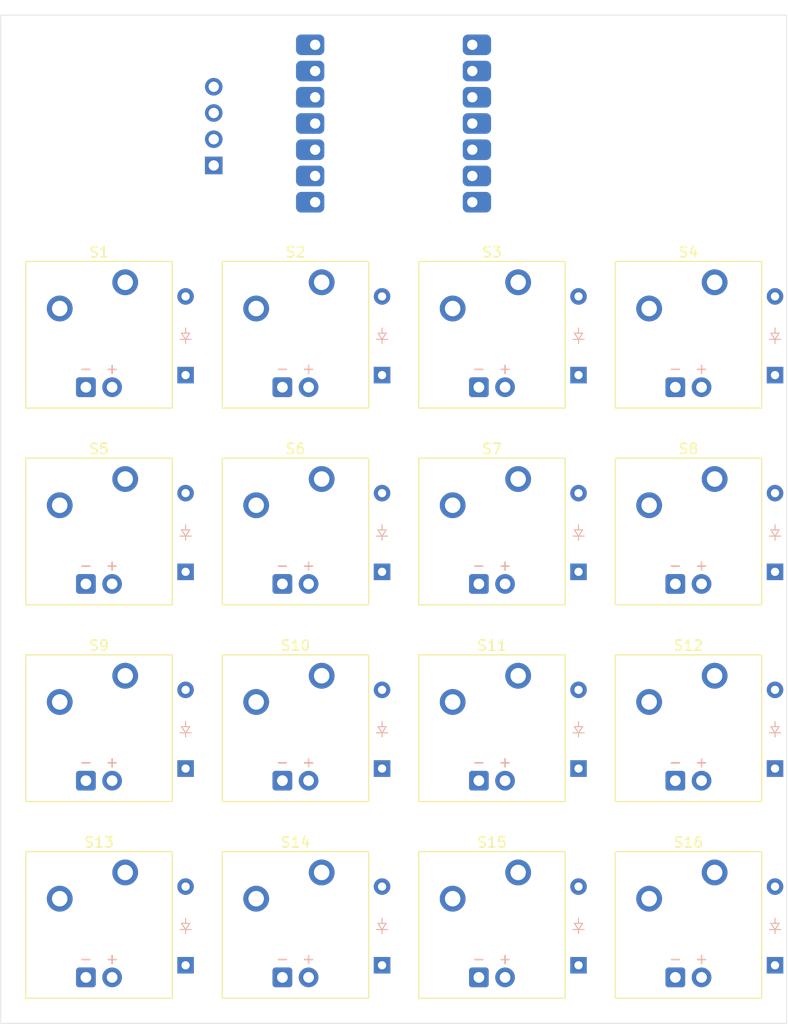
<source format=kicad_pcb>
(kicad_pcb (version 20240108) (generator "pcbnew") (generator_version "8.0")
  (layers (0 "F.Cu" signal) (31 "B.Cu" signal) (34 "B.Paste" user) (35 "F.Paste" user) (36 "B.SilkS" user "B.Silkscreen") (37 "F.SilkS" user "F.Silkscreen") (38 "B.Mask" user) (39 "F.Mask" user) (44 "Edge.Cuts" user))
  (net 0 "")
  (net 1 "Row 0")
  (net 2 "Net-(D1-A)")
  (net 3 "Net-(D2-A)")
  (net 4 "Net-(D3-A)")
  (net 5 "Net-(D4-A)")
  (net 6 "Net-(D5-A)")
  (net 7 "Row 1")
  (net 8 "Net-(D6-A)")
  (net 9 "Net-(D7-A)")
  (net 10 "Net-(D8-A)")
  (net 11 "Row 2")
  (net 12 "Net-(D9-A)")
  (net 13 "Net-(D10-A)")
  (net 14 "Net-(D11-A)")
  (net 15 "Net-(D12-A)")
  (net 16 "Row 3")
  (net 17 "Net-(D13-A)")
  (net 18 "Net-(D14-A)")
  (net 19 "Net-(D15-A)")
  (net 20 "Net-(D16-A)")
  (net 21 "Column 0")
  (net 22 "Column 1")
  (net 23 "Column 2")
  (net 24 "Column 3")
  (net 25 "/SDA")
  (net 26 "/LED Connector 0")
  (net 27 "+3V3")
  (net 28 "/SCL")
  (net 29 "GND")
  (net 30 "VCC")
  (footprint "PCM_marbastlib-mx:LED_MX_3mm-ROT" (layer "F.Cu") (at 171.45 81.28)
    (property "Reference" "D20" (hide yes))
    (property "Value" "LED")
    (fp_text user "-" (at -1.27 -1.8 0) (layer "B.SilkS"))
    (fp_text user "+" (at 1.27 -1.8 0) (layer "B.SilkS"))
    (pad "1" thru_hole roundrect (at -1.27 0) (size 1.905 1.905) (drill 1.04) (layers "*.Cu" "B.Mask") (roundrect_rratio 0.15) (net 29 "GND"))
    (pad "2" thru_hole circle (at 1.27 0) (size 1.905 1.905) (drill 1.04) (layers "*.Cu" "B.Mask") (net 27 "+3V3"))
  )
  (footprint "PCM_marbastlib-mx:LED_MX_3mm-ROT" (layer "F.Cu") (at 114.3 138.43)
    (property "Reference" "D29" (hide yes))
    (property "Value" "LED")
    (fp_text user "+" (at 1.27 -1.8 0) (layer "B.SilkS"))
    (fp_text user "-" (at -1.27 -1.8 0) (layer "B.SilkS"))
    (pad "1" thru_hole roundrect (at -1.27 0) (size 1.905 1.905) (drill 1.04) (layers "*.Cu" "B.Mask") (roundrect_rratio 0.15) (net 29 "GND"))
    (pad "2" thru_hole circle (at 1.27 0) (size 1.905 1.905) (drill 1.04) (layers "*.Cu" "B.Mask") (net 27 "+3V3"))
  )
  (footprint "ScottoKeebs_MX:MX_Plate_1.00u" (layer "F.Cu") (at 133.35 133.35)
    (property "Reference" "S14" (at 0 -8 0) (layer "F.SilkS"))
    (property "Value" "Keyswitch")
    (fp_line (start -7.1 -7.1) (end -7.1 7.1) (stroke (width 0.12)) (layer "F.SilkS"))
    (fp_line (start -7.1 7.1) (end 7.1 7.1) (stroke (width 0.12)) (layer "F.SilkS"))
    (fp_line (start 7.1 -7.1) (end -7.1 -7.1) (stroke (width 0.12)) (layer "F.SilkS"))
    (fp_line (start 7.1 7.1) (end 7.1 -7.1) (stroke (width 0.12)) (layer "F.SilkS"))
    (pad "" np_thru_hole circle (at 0 0) (size 4 4) (drill 4) (layers "*.Cu" "*.Mask"))
    (pad "1" thru_hole circle (at -3.81 -2.54) (size 2.5 2.5) (drill 1.5) (layers "*.Cu" "*.Mask") (net 22 "Column 1"))
    (pad "2" thru_hole circle (at 2.54 -5.08) (size 2.5 2.5) (drill 1.5) (layers "*.Cu" "*.Mask") (net 18 "Net-(D14-A)"))
  )
  (footprint "ScottoKeebs_MX:MX_Plate_1.00u" (layer "F.Cu") (at 171.45 133.35)
    (property "Reference" "S16" (at 0 -8 0) (layer "F.SilkS"))
    (property "Value" "Keyswitch")
    (fp_line (start -7.1 -7.1) (end -7.1 7.1) (stroke (width 0.12)) (layer "F.SilkS"))
    (fp_line (start -7.1 7.1) (end 7.1 7.1) (stroke (width 0.12)) (layer "F.SilkS"))
    (fp_line (start 7.1 -7.1) (end -7.1 -7.1) (stroke (width 0.12)) (layer "F.SilkS"))
    (fp_line (start 7.1 7.1) (end 7.1 -7.1) (stroke (width 0.12)) (layer "F.SilkS"))
    (pad "" np_thru_hole circle (at 0 0) (size 4 4) (drill 4) (layers "*.Cu" "*.Mask"))
    (pad "1" thru_hole circle (at -3.81 -2.54) (size 2.5 2.5) (drill 1.5) (layers "*.Cu" "*.Mask") (net 24 "Column 3"))
    (pad "2" thru_hole circle (at 2.54 -5.08) (size 2.5 2.5) (drill 1.5) (layers "*.Cu" "*.Mask") (net 20 "Net-(D16-A)"))
  )
  (footprint "PCM_marbastlib-mx:LED_MX_3mm-ROT" (layer "F.Cu") (at 114.3 119.38)
    (property "Reference" "D25" (hide yes))
    (property "Value" "LED")
    (fp_text user "+" (at 1.27 -1.8 0) (layer "B.SilkS"))
    (fp_text user "-" (at -1.27 -1.8 0) (layer "B.SilkS"))
    (pad "1" thru_hole roundrect (at -1.27 0) (size 1.905 1.905) (drill 1.04) (layers "*.Cu" "B.Mask") (roundrect_rratio 0.15) (net 29 "GND"))
    (pad "2" thru_hole circle (at 1.27 0) (size 1.905 1.905) (drill 1.04) (layers "*.Cu" "B.Mask") (net 27 "+3V3"))
  )
  (footprint "PCM_marbastlib-mx:LED_MX_3mm-ROT" (layer "F.Cu") (at 171.45 138.43)
    (property "Reference" "D32" (hide yes))
    (property "Value" "LED")
    (fp_text user "+" (at 1.27 -1.8 0) (layer "B.SilkS"))
    (fp_text user "-" (at -1.27 -1.8 0) (layer "B.SilkS"))
    (pad "1" thru_hole roundrect (at -1.27 0) (size 1.905 1.905) (drill 1.04) (layers "*.Cu" "B.Mask") (roundrect_rratio 0.15) (net 29 "GND"))
    (pad "2" thru_hole circle (at 1.27 0) (size 1.905 1.905) (drill 1.04) (layers "*.Cu" "B.Mask") (net 27 "+3V3"))
  )
  (footprint "ScottoKeebs_MX:MX_Plate_1.00u" (layer "F.Cu") (at 133.35 76.2)
    (property "Reference" "S2" (at 0 -8 0) (layer "F.SilkS"))
    (property "Value" "Keyswitch")
    (fp_line (start -7.1 -7.1) (end -7.1 7.1) (stroke (width 0.12)) (layer "F.SilkS"))
    (fp_line (start -7.1 7.1) (end 7.1 7.1) (stroke (width 0.12)) (layer "F.SilkS"))
    (fp_line (start 7.1 -7.1) (end -7.1 -7.1) (stroke (width 0.12)) (layer "F.SilkS"))
    (fp_line (start 7.1 7.1) (end 7.1 -7.1) (stroke (width 0.12)) (layer "F.SilkS"))
    (pad "" np_thru_hole circle (at 0 0) (size 4 4) (drill 4) (layers "*.Cu" "*.Mask"))
    (pad "1" thru_hole circle (at -3.81 -2.54) (size 2.5 2.5) (drill 1.5) (layers "*.Cu" "*.Mask") (net 22 "Column 1"))
    (pad "2" thru_hole circle (at 2.54 -5.08) (size 2.5 2.5) (drill 1.5) (layers "*.Cu" "*.Mask") (net 3 "Net-(D2-A)"))
  )
  (footprint "ScottoKeebs_MX:MX_Plate_1.00u" (layer "F.Cu") (at 114.3 114.3)
    (property "Reference" "S9" (at 0 -8 0) (layer "F.SilkS"))
    (property "Value" "Keyswitch")
    (fp_line (start -7.1 -7.1) (end -7.1 7.1) (stroke (width 0.12)) (layer "F.SilkS"))
    (fp_line (start -7.1 7.1) (end 7.1 7.1) (stroke (width 0.12)) (layer "F.SilkS"))
    (fp_line (start 7.1 -7.1) (end -7.1 -7.1) (stroke (width 0.12)) (layer "F.SilkS"))
    (fp_line (start 7.1 7.1) (end 7.1 -7.1) (stroke (width 0.12)) (layer "F.SilkS"))
    (pad "" np_thru_hole circle (at 0 0) (size 4 4) (drill 4) (layers "*.Cu" "*.Mask"))
    (pad "1" thru_hole circle (at -3.81 -2.54) (size 2.5 2.5) (drill 1.5) (layers "*.Cu" "*.Mask") (net 21 "Column 0"))
    (pad "2" thru_hole circle (at 2.54 -5.08) (size 2.5 2.5) (drill 1.5) (layers "*.Cu" "*.Mask") (net 12 "Net-(D9-A)"))
  )
  (footprint "PCM_marbastlib-mx:LED_MX_3mm-ROT" (layer "F.Cu") (at 171.45 100.33)
    (property "Reference" "D24" (hide yes))
    (property "Value" "LED")
    (fp_text user "-" (at -1.27 -1.8 0) (layer "B.SilkS"))
    (fp_text user "+" (at 1.27 -1.8 0) (layer "B.SilkS"))
    (pad "1" thru_hole roundrect (at -1.27 0) (size 1.905 1.905) (drill 1.04) (layers "*.Cu" "B.Mask") (roundrect_rratio 0.15) (net 29 "GND"))
    (pad "2" thru_hole circle (at 1.27 0) (size 1.905 1.905) (drill 1.04) (layers "*.Cu" "B.Mask") (net 27 "+3V3"))
  )
  (footprint "PCM_marbastlib-mx:LED_MX_3mm-ROT" (layer "F.Cu") (at 133.35 81.28)
    (property "Reference" "D18" (hide yes))
    (property "Value" "LED")
    (fp_text user "-" (at -1.27 -1.8 0) (layer "B.SilkS"))
    (fp_text user "+" (at 1.27 -1.8 0) (layer "B.SilkS"))
    (pad "1" thru_hole roundrect (at -1.27 0) (size 1.905 1.905) (drill 1.04) (layers "*.Cu" "B.Mask") (roundrect_rratio 0.15) (net 29 "GND"))
    (pad "2" thru_hole circle (at 1.27 0) (size 1.905 1.905) (drill 1.04) (layers "*.Cu" "B.Mask") (net 27 "+3V3"))
  )
  (footprint "ScottoKeebs_MX:MX_Plate_1.00u" (layer "F.Cu") (at 152.4 95.25)
    (property "Reference" "S7" (at 0 -8 0) (layer "F.SilkS"))
    (property "Value" "Keyswitch")
    (fp_line (start -7.1 -7.1) (end -7.1 7.1) (stroke (width 0.12)) (layer "F.SilkS"))
    (fp_line (start -7.1 7.1) (end 7.1 7.1) (stroke (width 0.12)) (layer "F.SilkS"))
    (fp_line (start 7.1 -7.1) (end -7.1 -7.1) (stroke (width 0.12)) (layer "F.SilkS"))
    (fp_line (start 7.1 7.1) (end 7.1 -7.1) (stroke (width 0.12)) (layer "F.SilkS"))
    (pad "" np_thru_hole circle (at 0 0) (size 4 4) (drill 4) (layers "*.Cu" "*.Mask"))
    (pad "1" thru_hole circle (at -3.81 -2.54) (size 2.5 2.5) (drill 1.5) (layers "*.Cu" "*.Mask") (net 23 "Column 2"))
    (pad "2" thru_hole circle (at 2.54 -5.08) (size 2.5 2.5) (drill 1.5) (layers "*.Cu" "*.Mask") (net 9 "Net-(D7-A)"))
  )
  (footprint "PCM_marbastlib-mx:LED_MX_3mm-ROT" (layer "F.Cu") (at 171.45 119.38)
    (property "Reference" "D28" (hide yes))
    (property "Value" "LED")
    (fp_text user "-" (at -1.27 -1.8 0) (layer "B.SilkS"))
    (fp_text user "+" (at 1.27 -1.8 0) (layer "B.SilkS"))
    (pad "1" thru_hole roundrect (at -1.27 0) (size 1.905 1.905) (drill 1.04) (layers "*.Cu" "B.Mask") (roundrect_rratio 0.15) (net 29 "GND"))
    (pad "2" thru_hole circle (at 1.27 0) (size 1.905 1.905) (drill 1.04) (layers "*.Cu" "B.Mask") (net 27 "+3V3"))
  )
  (footprint "PCM_marbastlib-mx:LED_MX_3mm-ROT" (layer "F.Cu") (at 133.35 100.33)
    (property "Reference" "D22" (hide yes))
    (property "Value" "LED")
    (fp_text user "+" (at 1.27 -1.8 0) (layer "B.SilkS"))
    (fp_text user "-" (at -1.27 -1.8 0) (layer "B.SilkS"))
    (pad "1" thru_hole roundrect (at -1.27 0) (size 1.905 1.905) (drill 1.04) (layers "*.Cu" "B.Mask") (roundrect_rratio 0.15) (net 29 "GND"))
    (pad "2" thru_hole circle (at 1.27 0) (size 1.905 1.905) (drill 1.04) (layers "*.Cu" "B.Mask") (net 27 "+3V3"))
  )
  (footprint "ScottoKeebs_MX:MX_Plate_1.00u" (layer "F.Cu") (at 114.3 95.25)
    (property "Reference" "S5" (at 0 -8 0) (layer "F.SilkS"))
    (property "Value" "Keyswitch")
    (fp_line (start -7.1 -7.1) (end -7.1 7.1) (stroke (width 0.12)) (layer "F.SilkS"))
    (fp_line (start -7.1 7.1) (end 7.1 7.1) (stroke (width 0.12)) (layer "F.SilkS"))
    (fp_line (start 7.1 -7.1) (end -7.1 -7.1) (stroke (width 0.12)) (layer "F.SilkS"))
    (fp_line (start 7.1 7.1) (end 7.1 -7.1) (stroke (width 0.12)) (layer "F.SilkS"))
    (pad "" np_thru_hole circle (at 0 0) (size 4 4) (drill 4) (layers "*.Cu" "*.Mask"))
    (pad "1" thru_hole circle (at -3.81 -2.54) (size 2.5 2.5) (drill 1.5) (layers "*.Cu" "*.Mask") (net 21 "Column 0"))
    (pad "2" thru_hole circle (at 2.54 -5.08) (size 2.5 2.5) (drill 1.5) (layers "*.Cu" "*.Mask") (net 6 "Net-(D5-A)"))
  )
  (footprint "ScottoKeebs_MX:MX_Plate_1.00u" (layer "F.Cu") (at 171.45 76.2)
    (property "Reference" "S4" (at 0 -8 0) (layer "F.SilkS"))
    (property "Value" "Keyswitch")
    (fp_line (start -7.1 -7.1) (end -7.1 7.1) (stroke (width 0.12)) (layer "F.SilkS"))
    (fp_line (start -7.1 7.1) (end 7.1 7.1) (stroke (width 0.12)) (layer "F.SilkS"))
    (fp_line (start 7.1 -7.1) (end -7.1 -7.1) (stroke (width 0.12)) (layer "F.SilkS"))
    (fp_line (start 7.1 7.1) (end 7.1 -7.1) (stroke (width 0.12)) (layer "F.SilkS"))
    (pad "" np_thru_hole circle (at 0 0) (size 4 4) (drill 4) (layers "*.Cu" "*.Mask"))
    (pad "1" thru_hole circle (at -3.81 -2.54) (size 2.5 2.5) (drill 1.5) (layers "*.Cu" "*.Mask") (net 24 "Column 3"))
    (pad "2" thru_hole circle (at 2.54 -5.08) (size 2.5 2.5) (drill 1.5) (layers "*.Cu" "*.Mask") (net 5 "Net-(D4-A)"))
  )
  (footprint "ScottoKeebs_MX:MX_Plate_1.00u" (layer "F.Cu") (at 114.3 133.35)
    (property "Reference" "S13" (at 0 -8 0) (layer "F.SilkS"))
    (property "Value" "Keyswitch")
    (fp_line (start -7.1 -7.1) (end -7.1 7.1) (stroke (width 0.12)) (layer "F.SilkS"))
    (fp_line (start -7.1 7.1) (end 7.1 7.1) (stroke (width 0.12)) (layer "F.SilkS"))
    (fp_line (start 7.1 -7.1) (end -7.1 -7.1) (stroke (width 0.12)) (layer "F.SilkS"))
    (fp_line (start 7.1 7.1) (end 7.1 -7.1) (stroke (width 0.12)) (layer "F.SilkS"))
    (pad "" np_thru_hole circle (at 0 0) (size 4 4) (drill 4) (layers "*.Cu" "*.Mask"))
    (pad "1" thru_hole circle (at -3.81 -2.54) (size 2.5 2.5) (drill 1.5) (layers "*.Cu" "*.Mask") (net 21 "Column 0"))
    (pad "2" thru_hole circle (at 2.54 -5.08) (size 2.5 2.5) (drill 1.5) (layers "*.Cu" "*.Mask") (net 17 "Net-(D13-A)"))
  )
  (footprint "PCM_marbastlib-mx:LED_MX_3mm-ROT" (layer "F.Cu") (at 114.3 100.33)
    (property "Reference" "D21" (hide yes))
    (property "Value" "LED")
    (fp_text user "+" (at 1.27 -1.8 0) (layer "B.SilkS"))
    (fp_text user "-" (at -1.27 -1.8 0) (layer "B.SilkS"))
    (pad "1" thru_hole roundrect (at -1.27 0) (size 1.905 1.905) (drill 1.04) (layers "*.Cu" "B.Mask") (roundrect_rratio 0.15) (net 29 "GND"))
    (pad "2" thru_hole circle (at 1.27 0) (size 1.905 1.905) (drill 1.04) (layers "*.Cu" "B.Mask") (net 27 "+3V3"))
  )
  (footprint "PCM_marbastlib-mx:LED_MX_3mm-ROT" (layer "F.Cu") (at 152.4 138.43)
    (property "Reference" "D31" (hide yes))
    (property "Value" "LED")
    (fp_text user "+" (at 1.27 -1.8 0) (layer "B.SilkS"))
    (fp_text user "-" (at -1.27 -1.8 0) (layer "B.SilkS"))
    (pad "1" thru_hole roundrect (at -1.27 0) (size 1.905 1.905) (drill 1.04) (layers "*.Cu" "B.Mask") (roundrect_rratio 0.15) (net 29 "GND"))
    (pad "2" thru_hole circle (at 1.27 0) (size 1.905 1.905) (drill 1.04) (layers "*.Cu" "B.Mask") (net 27 "+3V3"))
  )
  (footprint "PCM_marbastlib-mx:LED_MX_3mm-ROT" (layer "F.Cu") (at 133.35 138.43)
    (property "Reference" "D30" (hide yes))
    (property "Value" "LED")
    (fp_text user "-" (at -1.27 -1.8 0) (layer "B.SilkS"))
    (fp_text user "+" (at 1.27 -1.8 0) (layer "B.SilkS"))
    (pad "1" thru_hole roundrect (at -1.27 0) (size 1.905 1.905) (drill 1.04) (layers "*.Cu" "B.Mask") (roundrect_rratio 0.15) (net 29 "GND"))
    (pad "2" thru_hole circle (at 1.27 0) (size 1.905 1.905) (drill 1.04) (layers "*.Cu" "B.Mask") (net 27 "+3V3"))
  )
  (footprint "ScottoKeebs_MX:MX_Plate_1.00u" (layer "F.Cu") (at 152.4 114.3)
    (property "Reference" "S11" (at 0 -8 0) (layer "F.SilkS"))
    (property "Value" "Keyswitch")
    (fp_line (start -7.1 -7.1) (end -7.1 7.1) (stroke (width 0.12)) (layer "F.SilkS"))
    (fp_line (start -7.1 7.1) (end 7.1 7.1) (stroke (width 0.12)) (layer "F.SilkS"))
    (fp_line (start 7.1 -7.1) (end -7.1 -7.1) (stroke (width 0.12)) (layer "F.SilkS"))
    (fp_line (start 7.1 7.1) (end 7.1 -7.1) (stroke (width 0.12)) (layer "F.SilkS"))
    (pad "" np_thru_hole circle (at 0 0) (size 4 4) (drill 4) (layers "*.Cu" "*.Mask"))
    (pad "1" thru_hole circle (at -3.81 -2.54) (size 2.5 2.5) (drill 1.5) (layers "*.Cu" "*.Mask") (net 23 "Column 2"))
    (pad "2" thru_hole circle (at 2.54 -5.08) (size 2.5 2.5) (drill 1.5) (layers "*.Cu" "*.Mask") (net 14 "Net-(D11-A)"))
  )
  (footprint "PCM_marbastlib-mx:LED_MX_3mm-ROT" (layer "F.Cu") (at 152.4 81.28)
    (property "Reference" "D19" (hide yes))
    (property "Value" "LED")
    (fp_text user "-" (at -1.27 -1.8 0) (layer "B.SilkS"))
    (fp_text user "+" (at 1.27 -1.8 0) (layer "B.SilkS"))
    (pad "1" thru_hole roundrect (at -1.27 0) (size 1.905 1.905) (drill 1.04) (layers "*.Cu" "B.Mask") (roundrect_rratio 0.15) (net 29 "GND"))
    (pad "2" thru_hole circle (at 1.27 0) (size 1.905 1.905) (drill 1.04) (layers "*.Cu" "B.Mask") (net 27 "+3V3"))
  )
  (footprint "ScottoKeebs_MX:MX_Plate_1.00u" (layer "F.Cu") (at 133.35 114.3)
    (property "Reference" "S10" (at 0 -8 0) (layer "F.SilkS"))
    (property "Value" "Keyswitch")
    (fp_line (start -7.1 -7.1) (end -7.1 7.1) (stroke (width 0.12)) (layer "F.SilkS"))
    (fp_line (start -7.1 7.1) (end 7.1 7.1) (stroke (width 0.12)) (layer "F.SilkS"))
    (fp_line (start 7.1 -7.1) (end -7.1 -7.1) (stroke (width 0.12)) (layer "F.SilkS"))
    (fp_line (start 7.1 7.1) (end 7.1 -7.1) (stroke (width 0.12)) (layer "F.SilkS"))
    (pad "" np_thru_hole circle (at 0 0) (size 4 4) (drill 4) (layers "*.Cu" "*.Mask"))
    (pad "1" thru_hole circle (at -3.81 -2.54) (size 2.5 2.5) (drill 1.5) (layers "*.Cu" "*.Mask") (net 22 "Column 1"))
    (pad "2" thru_hole circle (at 2.54 -5.08) (size 2.5 2.5) (drill 1.5) (layers "*.Cu" "*.Mask") (net 13 "Net-(D10-A)"))
  )
  (footprint "ScottoKeebs_MX:MX_Plate_1.00u" (layer "F.Cu") (at 171.45 114.3)
    (property "Reference" "S12" (at 0 -8 0) (layer "F.SilkS"))
    (property "Value" "Keyswitch")
    (fp_line (start -7.1 -7.1) (end -7.1 7.1) (stroke (width 0.12)) (layer "F.SilkS"))
    (fp_line (start -7.1 7.1) (end 7.1 7.1) (stroke (width 0.12)) (layer "F.SilkS"))
    (fp_line (start 7.1 -7.1) (end -7.1 -7.1) (stroke (width 0.12)) (layer "F.SilkS"))
    (fp_line (start 7.1 7.1) (end 7.1 -7.1) (stroke (width 0.12)) (layer "F.SilkS"))
    (pad "" np_thru_hole circle (at 0 0) (size 4 4) (drill 4) (layers "*.Cu" "*.Mask"))
    (pad "1" thru_hole circle (at -3.81 -2.54) (size 2.5 2.5) (drill 1.5) (layers "*.Cu" "*.Mask") (net 24 "Column 3"))
    (pad "2" thru_hole circle (at 2.54 -5.08) (size 2.5 2.5) (drill 1.5) (layers "*.Cu" "*.Mask") (net 15 "Net-(D12-A)"))
  )
  (footprint "PCM_marbastlib-mx:LED_MX_3mm-ROT" (layer "F.Cu") (at 152.4 100.33)
    (property "Reference" "D23" (hide yes))
    (property "Value" "LED")
    (fp_text user "-" (at -1.27 -1.8 0) (layer "B.SilkS"))
    (fp_text user "+" (at 1.27 -1.8 0) (layer "B.SilkS"))
    (pad "1" thru_hole roundrect (at -1.27 0) (size 1.905 1.905) (drill 1.04) (layers "*.Cu" "B.Mask") (roundrect_rratio 0.15) (net 29 "GND"))
    (pad "2" thru_hole circle (at 1.27 0) (size 1.905 1.905) (drill 1.04) (layers "*.Cu" "B.Mask") (net 27 "+3V3"))
  )
  (footprint "ScottoKeebs_MX:MX_Plate_1.00u" (layer "F.Cu") (at 152.4 76.2)
    (property "Reference" "S3" (at 0 -8 0) (layer "F.SilkS"))
    (property "Value" "Keyswitch")
    (fp_line (start -7.1 -7.1) (end -7.1 7.1) (stroke (width 0.12)) (layer "F.SilkS"))
    (fp_line (start -7.1 7.1) (end 7.1 7.1) (stroke (width 0.12)) (layer "F.SilkS"))
    (fp_line (start 7.1 -7.1) (end -7.1 -7.1) (stroke (width 0.12)) (layer "F.SilkS"))
    (fp_line (start 7.1 7.1) (end 7.1 -7.1) (stroke (width 0.12)) (layer "F.SilkS"))
    (pad "" np_thru_hole circle (at 0 0) (size 4 4) (drill 4) (layers "*.Cu" "*.Mask"))
    (pad "1" thru_hole circle (at -3.81 -2.54) (size 2.5 2.5) (drill 1.5) (layers "*.Cu" "*.Mask") (net 23 "Column 2"))
    (pad "2" thru_hole circle (at 2.54 -5.08) (size 2.5 2.5) (drill 1.5) (layers "*.Cu" "*.Mask") (net 4 "Net-(D3-A)"))
  )
  (footprint "PCM_marbastlib-mx:LED_MX_3mm-ROT" (layer "F.Cu") (at 152.4 119.38)
    (property "Reference" "D27" (hide yes))
    (property "Value" "LED")
    (fp_text user "-" (at -1.27 -1.8 0) (layer "B.SilkS"))
    (fp_text user "+" (at 1.27 -1.8 0) (layer "B.SilkS"))
    (pad "1" thru_hole roundrect (at -1.27 0) (size 1.905 1.905) (drill 1.04) (layers "*.Cu" "B.Mask") (roundrect_rratio 0.15) (net 29 "GND"))
    (pad "2" thru_hole circle (at 1.27 0) (size 1.905 1.905) (drill 1.04) (layers "*.Cu" "B.Mask") (net 27 "+3V3"))
  )
  (footprint "ScottoKeebs_MX:MX_Plate_1.00u" (layer "F.Cu") (at 114.3 76.2)
    (property "Reference" "S1" (at 0 -8 0) (layer "F.SilkS"))
    (property "Value" "Keyswitch")
    (fp_line (start -7.1 -7.1) (end -7.1 7.1) (stroke (width 0.12)) (layer "F.SilkS"))
    (fp_line (start -7.1 7.1) (end 7.1 7.1) (stroke (width 0.12)) (layer "F.SilkS"))
    (fp_line (start 7.1 -7.1) (end -7.1 -7.1) (stroke (width 0.12)) (layer "F.SilkS"))
    (fp_line (start 7.1 7.1) (end 7.1 -7.1) (stroke (width 0.12)) (layer "F.SilkS"))
    (pad "" np_thru_hole circle (at 0 0) (size 4 4) (drill 4) (layers "*.Cu" "*.Mask"))
    (pad "1" thru_hole circle (at -3.81 -2.54) (size 2.5 2.5) (drill 1.5) (layers "*.Cu" "*.Mask") (net 21 "Column 0"))
    (pad "2" thru_hole circle (at 2.54 -5.08) (size 2.5 2.5) (drill 1.5) (layers "*.Cu" "*.Mask") (net 2 "Net-(D1-A)"))
  )
  (footprint "PCM_marbastlib-mx:LED_MX_3mm-ROT" (layer "F.Cu") (at 114.3 81.28)
    (property "Reference" "D17" (hide yes))
    (property "Value" "LED")
    (fp_text user "+" (at 1.27 -1.8 0) (layer "B.SilkS"))
    (fp_text user "-" (at -1.27 -1.8 0) (layer "B.SilkS"))
    (pad "1" thru_hole roundrect (at -1.27 0) (size 1.905 1.905) (drill 1.04) (layers "*.Cu" "B.Mask") (roundrect_rratio 0.15) (net 29 "GND"))
    (pad "2" thru_hole circle (at 1.27 0) (size 1.905 1.905) (drill 1.04) (layers "*.Cu" "B.Mask") (net 27 "+3V3"))
  )
  (footprint "ScottoKeebs_MX:MX_Plate_1.00u" (layer "F.Cu") (at 133.35 95.25)
    (property "Reference" "S6" (at 0 -8 0) (layer "F.SilkS"))
    (property "Value" "Keyswitch")
    (fp_line (start -7.1 -7.1) (end -7.1 7.1) (stroke (width 0.12)) (layer "F.SilkS"))
    (fp_line (start -7.1 7.1) (end 7.1 7.1) (stroke (width 0.12)) (layer "F.SilkS"))
    (fp_line (start 7.1 -7.1) (end -7.1 -7.1) (stroke (width 0.12)) (layer "F.SilkS"))
    (fp_line (start 7.1 7.1) (end 7.1 -7.1) (stroke (width 0.12)) (layer "F.SilkS"))
    (pad "" np_thru_hole circle (at 0 0) (size 4 4) (drill 4) (layers "*.Cu" "*.Mask"))
    (pad "1" thru_hole circle (at -3.81 -2.54) (size 2.5 2.5) (drill 1.5) (layers "*.Cu" "*.Mask") (net 22 "Column 1"))
    (pad "2" thru_hole circle (at 2.54 -5.08) (size 2.5 2.5) (drill 1.5) (layers "*.Cu" "*.Mask") (net 8 "Net-(D6-A)"))
  )
  (footprint "ScottoKeebs_MX:MX_Plate_1.00u" (layer "F.Cu") (at 171.45 95.25)
    (property "Reference" "S8" (at 0 -8 0) (layer "F.SilkS"))
    (property "Value" "Keyswitch")
    (fp_line (start -7.1 -7.1) (end -7.1 7.1) (stroke (width 0.12)) (layer "F.SilkS"))
    (fp_line (start -7.1 7.1) (end 7.1 7.1) (stroke (width 0.12)) (layer "F.SilkS"))
    (fp_line (start 7.1 -7.1) (end -7.1 -7.1) (stroke (width 0.12)) (layer "F.SilkS"))
    (fp_line (start 7.1 7.1) (end 7.1 -7.1) (stroke (width 0.12)) (layer "F.SilkS"))
    (pad "" np_thru_hole circle (at 0 0) (size 4 4) (drill 4) (layers "*.Cu" "*.Mask"))
    (pad "1" thru_hole circle (at -3.81 -2.54) (size 2.5 2.5) (drill 1.5) (layers "*.Cu" "*.Mask") (net 24 "Column 3"))
    (pad "2" thru_hole circle (at 2.54 -5.08) (size 2.5 2.5) (drill 1.5) (layers "*.Cu" "*.Mask") (net 10 "Net-(D8-A)"))
  )
  (footprint "ScottoKeebs_Components:OLED_128x32" (layer "F.Cu") (at 123.825 50.0062)
    (property "Reference" "J1" (hide yes))
    (property "Value" "OLED_128x32")
    (pad "1" thru_hole rect (at 1.6 9.8 180) (size 1.7 1.7) (drill 1) (layers "*.Cu" "*.Mask") (net 29 "GND"))
    (pad "2" thru_hole oval (at 1.6 7.26 180) (size 1.7 1.7) (drill 1) (layers "*.Cu" "*.Mask") (net 30 "VCC"))
    (pad "3" thru_hole oval (at 1.6 4.72 180) (size 1.7 1.7) (drill 1) (layers "*.Cu" "*.Mask") (net 28 "/SCL"))
    (pad "4" thru_hole oval (at 1.6 2.18 180) (size 1.7 1.7) (drill 1) (layers "*.Cu" "*.Mask") (net 25 "/SDA"))
  )
  (footprint "PCM_marbastlib-mx:LED_MX_3mm-ROT" (layer "F.Cu") (at 133.35 119.38)
    (property "Reference" "D26" (hide yes))
    (property "Value" "LED")
    (fp_text user "-" (at -1.27 -1.8 0) (layer "B.SilkS"))
    (fp_text user "+" (at 1.27 -1.8 0) (layer "B.SilkS"))
    (pad "1" thru_hole roundrect (at -1.27 0) (size 1.905 1.905) (drill 1.04) (layers "*.Cu" "B.Mask") (roundrect_rratio 0.15) (net 29 "GND"))
    (pad "2" thru_hole circle (at 1.27 0) (size 1.905 1.905) (drill 1.04) (layers "*.Cu" "B.Mask") (net 27 "+3V3"))
  )
  (footprint "ScottoKeebs_MX:MX_Plate_1.00u" (layer "F.Cu") (at 152.4 133.35)
    (property "Reference" "S15" (at 0 -8 0) (layer "F.SilkS"))
    (property "Value" "Keyswitch")
    (fp_line (start -7.1 -7.1) (end -7.1 7.1) (stroke (width 0.12)) (layer "F.SilkS"))
    (fp_line (start -7.1 7.1) (end 7.1 7.1) (stroke (width 0.12)) (layer "F.SilkS"))
    (fp_line (start 7.1 -7.1) (end -7.1 -7.1) (stroke (width 0.12)) (layer "F.SilkS"))
    (fp_line (start 7.1 7.1) (end 7.1 -7.1) (stroke (width 0.12)) (layer "F.SilkS"))
    (pad "" np_thru_hole circle (at 0 0) (size 4 4) (drill 4) (layers "*.Cu" "*.Mask"))
    (pad "1" thru_hole circle (at -3.81 -2.54) (size 2.5 2.5) (drill 1.5) (layers "*.Cu" "*.Mask") (net 23 "Column 2"))
    (pad "2" thru_hole circle (at 2.54 -5.08) (size 2.5 2.5) (drill 1.5) (layers "*.Cu" "*.Mask") (net 19 "Net-(D15-A)"))
  )
  (footprint "ScottoKeebs_Components:Diode_DO-35" (layer "B.Cu") (at 160.7938 99.1575 90)
    (property "Reference" "D7" (hide yes))
    (property "Value" "Diode" (hide yes))
    (fp_line (start 3.46 -0.55) (end 3.46 0.55) (stroke (width 0.1)) (layer "B.SilkS"))
    (fp_line (start 4.06 -0.4) (end 4.06 0.4) (stroke (width 0.1)) (layer "B.SilkS"))
    (fp_line (start 4.56 0) (end 4.06 0) (stroke (width 0.1)) (layer "B.SilkS"))
    (fp_line (start 3.46 0) (end 4.06 -0.4) (stroke (width 0.1)) (layer "B.SilkS"))
    (fp_line (start 3.46 0) (end 3.06 0) (stroke (width 0.1)) (layer "B.SilkS"))
    (fp_line (start 4.06 0.4) (end 3.46 0) (stroke (width 0.1)) (layer "B.SilkS"))
    (pad "1" thru_hole rect (at 0 0 90) (size 1.6 1.6) (drill 0.8) (layers "*.Cu" "*.Mask") (net 7 "Row 1"))
    (pad "2" thru_hole oval (at 7.62 0 90) (size 1.6 1.6) (drill 0.8) (layers "*.Cu" "*.Mask") (net 9 "Net-(D7-A)"))
  )
  (footprint "ScottoKeebs_Components:Diode_DO-35" (layer "B.Cu") (at 141.7438 99.1575 90)
    (property "Reference" "D6" (hide yes))
    (property "Value" "Diode" (hide yes))
    (fp_line (start 3.46 -0.55) (end 3.46 0.55) (stroke (width 0.1)) (layer "B.SilkS"))
    (fp_line (start 4.06 -0.4) (end 4.06 0.4) (stroke (width 0.1)) (layer "B.SilkS"))
    (fp_line (start 4.56 0) (end 4.06 0) (stroke (width 0.1)) (layer "B.SilkS"))
    (fp_line (start 3.46 0) (end 4.06 -0.4) (stroke (width 0.1)) (layer "B.SilkS"))
    (fp_line (start 3.46 0) (end 3.06 0) (stroke (width 0.1)) (layer "B.SilkS"))
    (fp_line (start 4.06 0.4) (end 3.46 0) (stroke (width 0.1)) (layer "B.SilkS"))
    (pad "1" thru_hole rect (at 0 0 90) (size 1.6 1.6) (drill 0.8) (layers "*.Cu" "*.Mask") (net 7 "Row 1"))
    (pad "2" thru_hole oval (at 7.62 0 90) (size 1.6 1.6) (drill 0.8) (layers "*.Cu" "*.Mask") (net 8 "Net-(D6-A)"))
  )
  (footprint "ScottoKeebs_Components:Diode_DO-35" (layer "B.Cu") (at 179.8438 118.2075 90)
    (property "Reference" "D12" (hide yes))
    (property "Value" "Diode" (hide yes))
    (fp_line (start 3.46 -0.55) (end 3.46 0.55) (stroke (width 0.1)) (layer "B.SilkS"))
    (fp_line (start 4.06 -0.4) (end 4.06 0.4) (stroke (width 0.1)) (layer "B.SilkS"))
    (fp_line (start 4.56 0) (end 4.06 0) (stroke (width 0.1)) (layer "B.SilkS"))
    (fp_line (start 3.46 0) (end 4.06 -0.4) (stroke (width 0.1)) (layer "B.SilkS"))
    (fp_line (start 3.46 0) (end 3.06 0) (stroke (width 0.1)) (layer "B.SilkS"))
    (fp_line (start 4.06 0.4) (end 3.46 0) (stroke (width 0.1)) (layer "B.SilkS"))
    (pad "1" thru_hole rect (at 0 0 90) (size 1.6 1.6) (drill 0.8) (layers "*.Cu" "*.Mask") (net 11 "Row 2"))
    (pad "2" thru_hole oval (at 7.62 0 90) (size 1.6 1.6) (drill 0.8) (layers "*.Cu" "*.Mask") (net 15 "Net-(D12-A)"))
  )
  (footprint "ScottoKeebs_Components:Diode_DO-35" (layer "B.Cu") (at 179.8438 137.2575 90)
    (property "Reference" "D16" (hide yes))
    (property "Value" "Diode" (hide yes))
    (fp_line (start 3.46 -0.55) (end 3.46 0.55) (stroke (width 0.1)) (layer "B.SilkS"))
    (fp_line (start 4.06 -0.4) (end 4.06 0.4) (stroke (width 0.1)) (layer "B.SilkS"))
    (fp_line (start 4.56 0) (end 4.06 0) (stroke (width 0.1)) (layer "B.SilkS"))
    (fp_line (start 3.46 0) (end 4.06 -0.4) (stroke (width 0.1)) (layer "B.SilkS"))
    (fp_line (start 3.46 0) (end 3.06 0) (stroke (width 0.1)) (layer "B.SilkS"))
    (fp_line (start 4.06 0.4) (end 3.46 0) (stroke (width 0.1)) (layer "B.SilkS"))
    (pad "1" thru_hole rect (at 0 0 90) (size 1.6 1.6) (drill 0.8) (layers "*.Cu" "*.Mask") (net 16 "Row 3"))
    (pad "2" thru_hole oval (at 7.62 0 90) (size 1.6 1.6) (drill 0.8) (layers "*.Cu" "*.Mask") (net 20 "Net-(D16-A)"))
  )
  (footprint "ScottoKeebs_Components:Diode_DO-35" (layer "B.Cu") (at 122.6938 137.2575 90)
    (property "Reference" "D13" (hide yes))
    (property "Value" "Diode" (hide yes))
    (fp_line (start 3.46 -0.55) (end 3.46 0.55) (stroke (width 0.1)) (layer "B.SilkS"))
    (fp_line (start 4.06 -0.4) (end 4.06 0.4) (stroke (width 0.1)) (layer "B.SilkS"))
    (fp_line (start 4.56 0) (end 4.06 0) (stroke (width 0.1)) (layer "B.SilkS"))
    (fp_line (start 3.46 0) (end 4.06 -0.4) (stroke (width 0.1)) (layer "B.SilkS"))
    (fp_line (start 3.46 0) (end 3.06 0) (stroke (width 0.1)) (layer "B.SilkS"))
    (fp_line (start 4.06 0.4) (end 3.46 0) (stroke (width 0.1)) (layer "B.SilkS"))
    (pad "1" thru_hole rect (at 0 0 90) (size 1.6 1.6) (drill 0.8) (layers "*.Cu" "*.Mask") (net 16 "Row 3"))
    (pad "2" thru_hole oval (at 7.62 0 90) (size 1.6 1.6) (drill 0.8) (layers "*.Cu" "*.Mask") (net 17 "Net-(D13-A)"))
  )
  (footprint "ScottoKeebs_Components:Diode_DO-35" (layer "B.Cu") (at 122.6938 99.1575 90)
    (property "Reference" "D5" (hide yes))
    (property "Value" "Diode" (hide yes))
    (fp_line (start 3.46 -0.55) (end 3.46 0.55) (stroke (width 0.1)) (layer "B.SilkS"))
    (fp_line (start 4.06 -0.4) (end 4.06 0.4) (stroke (width 0.1)) (layer "B.SilkS"))
    (fp_line (start 4.56 0) (end 4.06 0) (stroke (width 0.1)) (layer "B.SilkS"))
    (fp_line (start 3.46 0) (end 4.06 -0.4) (stroke (width 0.1)) (layer "B.SilkS"))
    (fp_line (start 3.46 0) (end 3.06 0) (stroke (width 0.1)) (layer "B.SilkS"))
    (fp_line (start 4.06 0.4) (end 3.46 0) (stroke (width 0.1)) (layer "B.SilkS"))
    (pad "1" thru_hole rect (at 0 0 90) (size 1.6 1.6) (drill 0.8) (layers "*.Cu" "*.Mask") (net 7 "Row 1"))
    (pad "2" thru_hole oval (at 7.62 0 90) (size 1.6 1.6) (drill 0.8) (layers "*.Cu" "*.Mask") (net 6 "Net-(D5-A)"))
  )
  (footprint "ScottoKeebs_Components:Diode_DO-35" (layer "B.Cu") (at 141.7438 80.1075 90)
    (property "Reference" "D2" (hide yes))
    (property "Value" "Diode" (hide yes))
    (fp_line (start 3.46 -0.55) (end 3.46 0.55) (stroke (width 0.1)) (layer "B.SilkS"))
    (fp_line (start 4.06 -0.4) (end 4.06 0.4) (stroke (width 0.1)) (layer "B.SilkS"))
    (fp_line (start 4.56 0) (end 4.06 0) (stroke (width 0.1)) (layer "B.SilkS"))
    (fp_line (start 3.46 0) (end 4.06 -0.4) (stroke (width 0.1)) (layer "B.SilkS"))
    (fp_line (start 3.46 0) (end 3.06 0) (stroke (width 0.1)) (layer "B.SilkS"))
    (fp_line (start 4.06 0.4) (end 3.46 0) (stroke (width 0.1)) (layer "B.SilkS"))
    (pad "1" thru_hole rect (at 0 0 90) (size 1.6 1.6) (drill 0.8) (layers "*.Cu" "*.Mask") (net 1 "Row 0"))
    (pad "2" thru_hole oval (at 7.62 0 90) (size 1.6 1.6) (drill 0.8) (layers "*.Cu" "*.Mask") (net 3 "Net-(D2-A)"))
  )
  (footprint "ScottoKeebs_Components:Diode_DO-35" (layer "B.Cu") (at 160.7938 118.2075 90)
    (property "Reference" "D11" (hide yes))
    (property "Value" "Diode" (hide yes))
    (fp_line (start 3.46 -0.55) (end 3.46 0.55) (stroke (width 0.1)) (layer "B.SilkS"))
    (fp_line (start 4.06 -0.4) (end 4.06 0.4) (stroke (width 0.1)) (layer "B.SilkS"))
    (fp_line (start 4.56 0) (end 4.06 0) (stroke (width 0.1)) (layer "B.SilkS"))
    (fp_line (start 3.46 0) (end 4.06 -0.4) (stroke (width 0.1)) (layer "B.SilkS"))
    (fp_line (start 3.46 0) (end 3.06 0) (stroke (width 0.1)) (layer "B.SilkS"))
    (fp_line (start 4.06 0.4) (end 3.46 0) (stroke (width 0.1)) (layer "B.SilkS"))
    (pad "1" thru_hole rect (at 0 0 90) (size 1.6 1.6) (drill 0.8) (layers "*.Cu" "*.Mask") (net 11 "Row 2"))
    (pad "2" thru_hole oval (at 7.62 0 90) (size 1.6 1.6) (drill 0.8) (layers "*.Cu" "*.Mask") (net 14 "Net-(D11-A)"))
  )
  (footprint "ScottoKeebs_Components:Diode_DO-35" (layer "B.Cu") (at 122.6938 80.1075 90)
    (property "Reference" "D1" (hide yes))
    (property "Value" "Diode" (hide yes))
    (fp_line (start 3.46 -0.55) (end 3.46 0.55) (stroke (width 0.1)) (layer "B.SilkS"))
    (fp_line (start 4.06 -0.4) (end 4.06 0.4) (stroke (width 0.1)) (layer "B.SilkS"))
    (fp_line (start 4.56 0) (end 4.06 0) (stroke (width 0.1)) (layer "B.SilkS"))
    (fp_line (start 3.46 0) (end 4.06 -0.4) (stroke (width 0.1)) (layer "B.SilkS"))
    (fp_line (start 3.46 0) (end 3.06 0) (stroke (width 0.1)) (layer "B.SilkS"))
    (fp_line (start 4.06 0.4) (end 3.46 0) (stroke (width 0.1)) (layer "B.SilkS"))
    (pad "1" thru_hole rect (at 0 0 90) (size 1.6 1.6) (drill 0.8) (layers "*.Cu" "*.Mask") (net 1 "Row 0"))
    (pad "2" thru_hole oval (at 7.62 0 90) (size 1.6 1.6) (drill 0.8) (layers "*.Cu" "*.Mask") (net 2 "Net-(D1-A)"))
  )
  (footprint "ScottoKeebs_Components:Diode_DO-35" (layer "B.Cu") (at 179.8438 99.1575 90)
    (property "Reference" "D8" (hide yes))
    (property "Value" "Diode" (hide yes))
    (fp_line (start 3.46 -0.55) (end 3.46 0.55) (stroke (width 0.1)) (layer "B.SilkS"))
    (fp_line (start 4.06 -0.4) (end 4.06 0.4) (stroke (width 0.1)) (layer "B.SilkS"))
    (fp_line (start 4.56 0) (end 4.06 0) (stroke (width 0.1)) (layer "B.SilkS"))
    (fp_line (start 3.46 0) (end 4.06 -0.4) (stroke (width 0.1)) (layer "B.SilkS"))
    (fp_line (start 3.46 0) (end 3.06 0) (stroke (width 0.1)) (layer "B.SilkS"))
    (fp_line (start 4.06 0.4) (end 3.46 0) (stroke (width 0.1)) (layer "B.SilkS"))
    (pad "1" thru_hole rect (at 0 0 90) (size 1.6 1.6) (drill 0.8) (layers "*.Cu" "*.Mask") (net 7 "Row 1"))
    (pad "2" thru_hole oval (at 7.62 0 90) (size 1.6 1.6) (drill 0.8) (layers "*.Cu" "*.Mask") (net 10 "Net-(D8-A)"))
  )
  (footprint "ScottoKeebs_Components:Diode_DO-35" (layer "B.Cu") (at 179.8438 80.1075 90)
    (property "Reference" "D4" (hide yes))
    (property "Value" "Diode" (hide yes))
    (fp_line (start 3.46 -0.55) (end 3.46 0.55) (stroke (width 0.1)) (layer "B.SilkS"))
    (fp_line (start 4.06 -0.4) (end 4.06 0.4) (stroke (width 0.1)) (layer "B.SilkS"))
    (fp_line (start 4.56 0) (end 4.06 0) (stroke (width 0.1)) (layer "B.SilkS"))
    (fp_line (start 3.46 0) (end 4.06 -0.4) (stroke (width 0.1)) (layer "B.SilkS"))
    (fp_line (start 3.46 0) (end 3.06 0) (stroke (width 0.1)) (layer "B.SilkS"))
    (fp_line (start 4.06 0.4) (end 3.46 0) (stroke (width 0.1)) (layer "B.SilkS"))
    (pad "1" thru_hole rect (at 0 0 90) (size 1.6 1.6) (drill 0.8) (layers "*.Cu" "*.Mask") (net 1 "Row 0"))
    (pad "2" thru_hole oval (at 7.62 0 90) (size 1.6 1.6) (drill 0.8) (layers "*.Cu" "*.Mask") (net 5 "Net-(D4-A)"))
  )
  (footprint "ScottoKeebs_Components:Diode_DO-35" (layer "B.Cu") (at 141.7438 137.2575 90)
    (property "Reference" "D14" (hide yes))
    (property "Value" "Diode" (hide yes))
    (fp_line (start 3.46 -0.55) (end 3.46 0.55) (stroke (width 0.1)) (layer "B.SilkS"))
    (fp_line (start 4.06 -0.4) (end 4.06 0.4) (stroke (width 0.1)) (layer "B.SilkS"))
    (fp_line (start 4.56 0) (end 4.06 0) (stroke (width 0.1)) (layer "B.SilkS"))
    (fp_line (start 3.46 0) (end 4.06 -0.4) (stroke (width 0.1)) (layer "B.SilkS"))
    (fp_line (start 3.46 0) (end 3.06 0) (stroke (width 0.1)) (layer "B.SilkS"))
    (fp_line (start 4.06 0.4) (end 3.46 0) (stroke (width 0.1)) (layer "B.SilkS"))
    (pad "1" thru_hole rect (at 0 0 90) (size 1.6 1.6) (drill 0.8) (layers "*.Cu" "*.Mask") (net 16 "Row 3"))
    (pad "2" thru_hole oval (at 7.62 0 90) (size 1.6 1.6) (drill 0.8) (layers "*.Cu" "*.Mask") (net 18 "Net-(D14-A)"))
  )
  (footprint "ScottoKeebs_Components:Diode_DO-35" (layer "B.Cu") (at 122.6938 118.2075 90)
    (property "Reference" "D9" (hide yes))
    (property "Value" "Diode" (hide yes))
    (fp_line (start 3.46 -0.55) (end 3.46 0.55) (stroke (width 0.1)) (layer "B.SilkS"))
    (fp_line (start 4.06 -0.4) (end 4.06 0.4) (stroke (width 0.1)) (layer "B.SilkS"))
    (fp_line (start 4.56 0) (end 4.06 0) (stroke (width 0.1)) (layer "B.SilkS"))
    (fp_line (start 3.46 0) (end 4.06 -0.4) (stroke (width 0.1)) (layer "B.SilkS"))
    (fp_line (start 3.46 0) (end 3.06 0) (stroke (width 0.1)) (layer "B.SilkS"))
    (fp_line (start 4.06 0.4) (end 3.46 0) (stroke (width 0.1)) (layer "B.SilkS"))
    (pad "1" thru_hole rect (at 0 0 90) (size 1.6 1.6) (drill 0.8) (layers "*.Cu" "*.Mask") (net 11 "Row 2"))
    (pad "2" thru_hole oval (at 7.62 0 90) (size 1.6 1.6) (drill 0.8) (layers "*.Cu" "*.Mask") (net 12 "Net-(D9-A)"))
  )
  (footprint "ScottoKeebs_MCU:Seeed_XIAO_RP2040" (layer "B.Cu") (at 142.875 55.7437 180)
    (property "Reference" "U1" (hide yes))
    (property "Value" "MCU_Seeed_XIAO_RP2040")
    (pad "1" smd roundrect (at -8.065 7.62 180) (size 2.75 2) (layers "B.Cu" "B.Paste" "B.Mask") (net 1 "Row 0"))
    (pad "1" thru_hole rect (at -7.62 7.62 90) (size 1.6 1.6) (drill 1) (layers "*.Cu" "*.Mask") (net 1 "Row 0"))
    (pad "2" smd roundrect (at -8.065 5.08 180) (size 2.75 2) (layers "B.Cu" "B.Paste" "B.Mask") (net 7 "Row 1"))
    (pad "2" thru_hole circle (at -7.62 5.08 90) (size 1.6 1.6) (drill 1) (layers "*.Cu" "*.Mask") (net 7 "Row 1"))
    (pad "3" smd roundrect (at -8.065 2.54 180) (size 2.75 2) (layers "B.Cu" "B.Paste" "B.Mask") (net 11 "Row 2"))
    (pad "3" thru_hole circle (at -7.62 2.54 90) (size 1.6 1.6) (drill 1) (layers "*.Cu" "*.Mask") (net 11 "Row 2"))
    (pad "4" smd roundrect (at -8.065 0 180) (size 2.75 2) (layers "B.Cu" "B.Paste" "B.Mask") (net 16 "Row 3"))
    (pad "4" thru_hole circle (at -7.62 0 90) (size 1.6 1.6) (drill 1) (layers "*.Cu" "*.Mask") (net 16 "Row 3"))
    (pad "5" smd roundrect (at -8.065 -2.54 180) (size 2.75 2) (layers "B.Cu" "B.Paste" "B.Mask") (net 25 "/SDA"))
    (pad "5" thru_hole circle (at -7.62 -2.54 90) (size 1.6 1.6) (drill 1) (layers "*.Cu" "*.Mask") (net 25 "/SDA"))
    (pad "6" smd roundrect (at -8.065 -5.08 180) (size 2.75 2) (layers "B.Cu" "B.Paste" "B.Mask") (net 28 "/SCL"))
    (pad "6" thru_hole circle (at -7.62 -5.08 90) (size 1.6 1.6) (drill 1) (layers "*.Cu" "*.Mask") (net 28 "/SCL"))
    (pad "7" smd roundrect (at -8.065 -7.62 180) (size 2.75 2) (layers "B.Cu" "B.Paste" "B.Mask") (net 26 "/LED Connector 0"))
    (pad "7" thru_hole circle (at -7.62 -7.62 90) (size 1.6 1.6) (drill 1) (layers "*.Cu" "*.Mask") (net 26 "/LED Connector 0"))
    (pad "8" thru_hole circle (at 7.62 -7.62 90) (size 1.6 1.6) (drill 1) (layers "*.Cu" "*.Mask") (net 24 "Column 3"))
    (pad "8" smd roundrect (at 8.1 -7.62 180) (size 2.75 2) (layers "B.Cu" "B.Paste" "B.Mask") (net 24 "Column 3"))
    (pad "9" thru_hole circle (at 7.62 -5.08 90) (size 1.6 1.6) (drill 1) (layers "*.Cu" "*.Mask") (net 23 "Column 2"))
    (pad "9" smd roundrect (at 8.1 -5.08 180) (size 2.75 2) (layers "B.Cu" "B.Paste" "B.Mask") (net 23 "Column 2"))
    (pad "10" thru_hole circle (at 7.62 -2.54 90) (size 1.6 1.6) (drill 1) (layers "*.Cu" "*.Mask") (net 22 "Column 1"))
    (pad "10" smd roundrect (at 8.1 -2.54 180) (size 2.75 2) (layers "B.Cu" "B.Paste" "B.Mask") (net 22 "Column 1"))
    (pad "11" thru_hole circle (at 7.62 0 90) (size 1.6 1.6) (drill 1) (layers "*.Cu" "*.Mask") (net 21 "Column 0"))
    (pad "11" smd roundrect (at 8.1 0 180) (size 2.75 2) (layers "B.Cu" "B.Paste" "B.Mask") (net 21 "Column 0"))
    (pad "12" thru_hole circle (at 7.62 2.54 90) (size 1.6 1.6) (drill 1) (layers "*.Cu" "*.Mask") (net 27 "+3V3"))
    (pad "12" smd roundrect (at 8.1 2.54 180) (size 2.75 2) (layers "B.Cu" "B.Paste" "B.Mask") (net 27 "+3V3"))
    (pad "13" thru_hole circle (at 7.62 5.08 90) (size 1.6 1.6) (drill 1) (layers "*.Cu" "*.Mask") (net 29 "GND"))
    (pad "13" smd roundrect (at 8.1 5.08 180) (size 2.75 2) (layers "B.Cu" "B.Paste" "B.Mask") (net 29 "GND"))
    (pad "14" thru_hole circle (at 7.62 7.62 90) (size 1.6 1.6) (drill 1) (layers "*.Cu" "*.Mask") (net 30 "VCC"))
    (pad "14" smd roundrect (at 8.1 7.62 180) (size 2.75 2) (layers "B.Cu" "B.Paste" "B.Mask") (net 30 "VCC"))
  )
  (footprint "ScottoKeebs_Components:Diode_DO-35" (layer "B.Cu") (at 160.7938 137.2575 90)
    (property "Reference" "D15" (hide yes))
    (property "Value" "Diode" (hide yes))
    (fp_line (start 3.46 -0.55) (end 3.46 0.55) (stroke (width 0.1)) (layer "B.SilkS"))
    (fp_line (start 4.06 -0.4) (end 4.06 0.4) (stroke (width 0.1)) (layer "B.SilkS"))
    (fp_line (start 4.56 0) (end 4.06 0) (stroke (width 0.1)) (layer "B.SilkS"))
    (fp_line (start 3.46 0) (end 4.06 -0.4) (stroke (width 0.1)) (layer "B.SilkS"))
    (fp_line (start 3.46 0) (end 3.06 0) (stroke (width 0.1)) (layer "B.SilkS"))
    (fp_line (start 4.06 0.4) (end 3.46 0) (stroke (width 0.1)) (layer "B.SilkS"))
    (pad "1" thru_hole rect (at 0 0 90) (size 1.6 1.6) (drill 0.8) (layers "*.Cu" "*.Mask") (net 16 "Row 3"))
    (pad "2" thru_hole oval (at 7.62 0 90) (size 1.6 1.6) (drill 0.8) (layers "*.Cu" "*.Mask") (net 19 "Net-(D15-A)"))
  )
  (footprint "ScottoKeebs_Components:Diode_DO-35" (layer "B.Cu") (at 160.7938 80.1075 90)
    (property "Reference" "D3" (hide yes))
    (property "Value" "Diode" (hide yes))
    (fp_line (start 3.46 -0.55) (end 3.46 0.55) (stroke (width 0.1)) (layer "B.SilkS"))
    (fp_line (start 4.06 -0.4) (end 4.06 0.4) (stroke (width 0.1)) (layer "B.SilkS"))
    (fp_line (start 4.56 0) (end 4.06 0) (stroke (width 0.1)) (layer "B.SilkS"))
    (fp_line (start 3.46 0) (end 4.06 -0.4) (stroke (width 0.1)) (layer "B.SilkS"))
    (fp_line (start 3.46 0) (end 3.06 0) (stroke (width 0.1)) (layer "B.SilkS"))
    (fp_line (start 4.06 0.4) (end 3.46 0) (stroke (width 0.1)) (layer "B.SilkS"))
    (pad "1" thru_hole rect (at 0 0 90) (size 1.6 1.6) (drill 0.8) (layers "*.Cu" "*.Mask") (net 1 "Row 0"))
    (pad "2" thru_hole oval (at 7.62 0 90) (size 1.6 1.6) (drill 0.8) (layers "*.Cu" "*.Mask") (net 4 "Net-(D3-A)"))
  )
  (footprint "ScottoKeebs_Components:Diode_DO-35" (layer "B.Cu") (at 141.7438 118.2075 90)
    (property "Reference" "D10" (hide yes))
    (property "Value" "Diode" (hide yes))
    (fp_line (start 3.46 -0.55) (end 3.46 0.55) (stroke (width 0.1)) (layer "B.SilkS"))
    (fp_line (start 4.06 -0.4) (end 4.06 0.4) (stroke (width 0.1)) (layer "B.SilkS"))
    (fp_line (start 4.56 0) (end 4.06 0) (stroke (width 0.1)) (layer "B.SilkS"))
    (fp_line (start 3.46 0) (end 4.06 -0.4) (stroke (width 0.1)) (layer "B.SilkS"))
    (fp_line (start 3.46 0) (end 3.06 0) (stroke (width 0.1)) (layer "B.SilkS"))
    (fp_line (start 4.06 0.4) (end 3.46 0) (stroke (width 0.1)) (layer "B.SilkS"))
    (pad "1" thru_hole rect (at 0 0 90) (size 1.6 1.6) (drill 0.8) (layers "*.Cu" "*.Mask") (net 11 "Row 2"))
    (pad "2" thru_hole oval (at 7.62 0 90) (size 1.6 1.6) (drill 0.8) (layers "*.Cu" "*.Mask") (net 13 "Net-(D10-A)"))
  )
  (gr_rect (start 104.775 45.24375) (end 180.975 142.875) (stroke (width 0.05)) (fill none) (layer "Edge.Cuts"))
)
</source>
